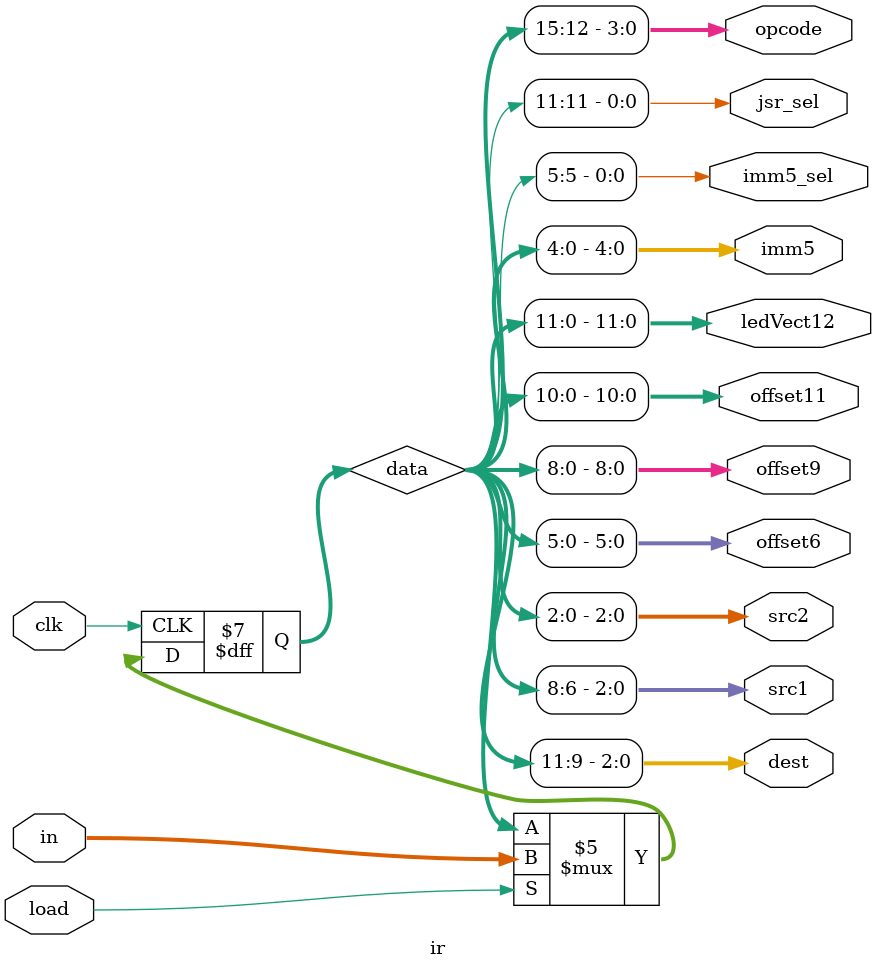
<source format=sv>
module ir
(
    input clk,
    input load,
    input logic [15:0] in,
    output logic [3:0] opcode,
    output logic [2:0] dest, src1, src2,
    output logic [5:0] offset6,
    output logic [8:0] offset9,
	output logic [10:0] offset11,
	output logic [11:0] ledVect12, 
	output logic [4:0] imm5,
	output logic imm5_sel, 
	output logic jsr_sel

);

logic [15:0] data;

always_ff @(posedge clk)
begin
    if (load == 1)
    begin
        data = in;
    end
end

always_comb
begin
    opcode = data[15:12];

    dest = data[11:9];
    src1 = data[8:6];
    src2 = data[2:0];
	 
	 
	imm5 = data[4:0];
	imm5_sel = data[5];
	jsr_sel = data[11]; 
	
	ledVect12 = data[11:0];  
	offset11 = data[10:0];
    offset6 = data[5:0];
    offset9 = data[8:0];
end

endmodule : ir

</source>
